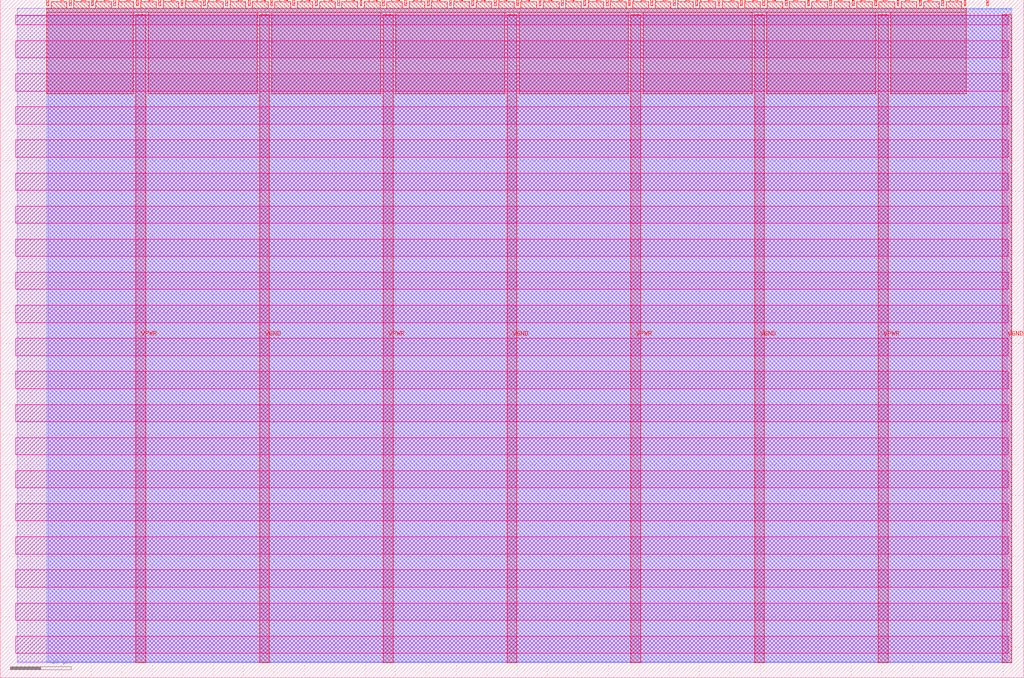
<source format=lef>
VERSION 5.7 ;
  NOWIREEXTENSIONATPIN ON ;
  DIVIDERCHAR "/" ;
  BUSBITCHARS "[]" ;
MACRO tt_um_santiago
  CLASS BLOCK ;
  FOREIGN tt_um_santiago ;
  ORIGIN 0.000 0.000 ;
  SIZE 168.360 BY 111.520 ;
  PIN VGND
    DIRECTION INOUT ;
    USE GROUND ;
    PORT
      LAYER met4 ;
        RECT 42.670 2.480 44.270 109.040 ;
    END
    PORT
      LAYER met4 ;
        RECT 83.380 2.480 84.980 109.040 ;
    END
    PORT
      LAYER met4 ;
        RECT 124.090 2.480 125.690 109.040 ;
    END
    PORT
      LAYER met4 ;
        RECT 164.800 2.480 166.400 109.040 ;
    END
  END VGND
  PIN VPWR
    DIRECTION INOUT ;
    USE POWER ;
    PORT
      LAYER met4 ;
        RECT 22.315 2.480 23.915 109.040 ;
    END
    PORT
      LAYER met4 ;
        RECT 63.025 2.480 64.625 109.040 ;
    END
    PORT
      LAYER met4 ;
        RECT 103.735 2.480 105.335 109.040 ;
    END
    PORT
      LAYER met4 ;
        RECT 144.445 2.480 146.045 109.040 ;
    END
  END VPWR
  PIN clk
    DIRECTION INPUT ;
    USE SIGNAL ;
    ANTENNAGATEAREA 0.852000 ;
    PORT
      LAYER met4 ;
        RECT 158.550 110.520 158.850 111.520 ;
    END
  END clk
  PIN ena
    DIRECTION INPUT ;
    USE SIGNAL ;
    PORT
      LAYER met4 ;
        RECT 162.230 110.520 162.530 111.520 ;
    END
  END ena
  PIN rst_n
    DIRECTION INPUT ;
    USE SIGNAL ;
    ANTENNAGATEAREA 0.213000 ;
    PORT
      LAYER met4 ;
        RECT 154.870 110.520 155.170 111.520 ;
    END
  END rst_n
  PIN ui_in[0]
    DIRECTION INPUT ;
    USE SIGNAL ;
    ANTENNAGATEAREA 0.196500 ;
    PORT
      LAYER met4 ;
        RECT 151.190 110.520 151.490 111.520 ;
    END
  END ui_in[0]
  PIN ui_in[1]
    DIRECTION INPUT ;
    USE SIGNAL ;
    ANTENNAGATEAREA 0.196500 ;
    PORT
      LAYER met4 ;
        RECT 147.510 110.520 147.810 111.520 ;
    END
  END ui_in[1]
  PIN ui_in[2]
    DIRECTION INPUT ;
    USE SIGNAL ;
    ANTENNAGATEAREA 0.196500 ;
    PORT
      LAYER met4 ;
        RECT 143.830 110.520 144.130 111.520 ;
    END
  END ui_in[2]
  PIN ui_in[3]
    DIRECTION INPUT ;
    USE SIGNAL ;
    ANTENNAGATEAREA 0.196500 ;
    PORT
      LAYER met4 ;
        RECT 140.150 110.520 140.450 111.520 ;
    END
  END ui_in[3]
  PIN ui_in[4]
    DIRECTION INPUT ;
    USE SIGNAL ;
    ANTENNAGATEAREA 0.196500 ;
    PORT
      LAYER met4 ;
        RECT 136.470 110.520 136.770 111.520 ;
    END
  END ui_in[4]
  PIN ui_in[5]
    DIRECTION INPUT ;
    USE SIGNAL ;
    ANTENNAGATEAREA 0.196500 ;
    PORT
      LAYER met4 ;
        RECT 132.790 110.520 133.090 111.520 ;
    END
  END ui_in[5]
  PIN ui_in[6]
    DIRECTION INPUT ;
    USE SIGNAL ;
    ANTENNAGATEAREA 0.196500 ;
    PORT
      LAYER met4 ;
        RECT 129.110 110.520 129.410 111.520 ;
    END
  END ui_in[6]
  PIN ui_in[7]
    DIRECTION INPUT ;
    USE SIGNAL ;
    ANTENNAGATEAREA 0.196500 ;
    PORT
      LAYER met4 ;
        RECT 125.430 110.520 125.730 111.520 ;
    END
  END ui_in[7]
  PIN uio_in[0]
    DIRECTION INPUT ;
    USE SIGNAL ;
    PORT
      LAYER met4 ;
        RECT 121.750 110.520 122.050 111.520 ;
    END
  END uio_in[0]
  PIN uio_in[1]
    DIRECTION INPUT ;
    USE SIGNAL ;
    PORT
      LAYER met4 ;
        RECT 118.070 110.520 118.370 111.520 ;
    END
  END uio_in[1]
  PIN uio_in[2]
    DIRECTION INPUT ;
    USE SIGNAL ;
    PORT
      LAYER met4 ;
        RECT 114.390 110.520 114.690 111.520 ;
    END
  END uio_in[2]
  PIN uio_in[3]
    DIRECTION INPUT ;
    USE SIGNAL ;
    PORT
      LAYER met4 ;
        RECT 110.710 110.520 111.010 111.520 ;
    END
  END uio_in[3]
  PIN uio_in[4]
    DIRECTION INPUT ;
    USE SIGNAL ;
    PORT
      LAYER met4 ;
        RECT 107.030 110.520 107.330 111.520 ;
    END
  END uio_in[4]
  PIN uio_in[5]
    DIRECTION INPUT ;
    USE SIGNAL ;
    PORT
      LAYER met4 ;
        RECT 103.350 110.520 103.650 111.520 ;
    END
  END uio_in[5]
  PIN uio_in[6]
    DIRECTION INPUT ;
    USE SIGNAL ;
    PORT
      LAYER met4 ;
        RECT 99.670 110.520 99.970 111.520 ;
    END
  END uio_in[6]
  PIN uio_in[7]
    DIRECTION INPUT ;
    USE SIGNAL ;
    PORT
      LAYER met4 ;
        RECT 95.990 110.520 96.290 111.520 ;
    END
  END uio_in[7]
  PIN uio_oe[0]
    DIRECTION OUTPUT TRISTATE ;
    USE SIGNAL ;
    PORT
      LAYER met4 ;
        RECT 33.430 110.520 33.730 111.520 ;
    END
  END uio_oe[0]
  PIN uio_oe[1]
    DIRECTION OUTPUT TRISTATE ;
    USE SIGNAL ;
    PORT
      LAYER met4 ;
        RECT 29.750 110.520 30.050 111.520 ;
    END
  END uio_oe[1]
  PIN uio_oe[2]
    DIRECTION OUTPUT TRISTATE ;
    USE SIGNAL ;
    PORT
      LAYER met4 ;
        RECT 26.070 110.520 26.370 111.520 ;
    END
  END uio_oe[2]
  PIN uio_oe[3]
    DIRECTION OUTPUT TRISTATE ;
    USE SIGNAL ;
    PORT
      LAYER met4 ;
        RECT 22.390 110.520 22.690 111.520 ;
    END
  END uio_oe[3]
  PIN uio_oe[4]
    DIRECTION OUTPUT TRISTATE ;
    USE SIGNAL ;
    PORT
      LAYER met4 ;
        RECT 18.710 110.520 19.010 111.520 ;
    END
  END uio_oe[4]
  PIN uio_oe[5]
    DIRECTION OUTPUT TRISTATE ;
    USE SIGNAL ;
    PORT
      LAYER met4 ;
        RECT 15.030 110.520 15.330 111.520 ;
    END
  END uio_oe[5]
  PIN uio_oe[6]
    DIRECTION OUTPUT TRISTATE ;
    USE SIGNAL ;
    PORT
      LAYER met4 ;
        RECT 11.350 110.520 11.650 111.520 ;
    END
  END uio_oe[6]
  PIN uio_oe[7]
    DIRECTION OUTPUT TRISTATE ;
    USE SIGNAL ;
    PORT
      LAYER met4 ;
        RECT 7.670 110.520 7.970 111.520 ;
    END
  END uio_oe[7]
  PIN uio_out[0]
    DIRECTION OUTPUT TRISTATE ;
    USE SIGNAL ;
    ANTENNADIFFAREA 0.445500 ;
    PORT
      LAYER met4 ;
        RECT 62.870 110.520 63.170 111.520 ;
    END
  END uio_out[0]
  PIN uio_out[1]
    DIRECTION OUTPUT TRISTATE ;
    USE SIGNAL ;
    ANTENNADIFFAREA 0.445500 ;
    PORT
      LAYER met4 ;
        RECT 59.190 110.520 59.490 111.520 ;
    END
  END uio_out[1]
  PIN uio_out[2]
    DIRECTION OUTPUT TRISTATE ;
    USE SIGNAL ;
    ANTENNADIFFAREA 0.795200 ;
    PORT
      LAYER met4 ;
        RECT 55.510 110.520 55.810 111.520 ;
    END
  END uio_out[2]
  PIN uio_out[3]
    DIRECTION OUTPUT TRISTATE ;
    USE SIGNAL ;
    ANTENNADIFFAREA 0.795200 ;
    PORT
      LAYER met4 ;
        RECT 51.830 110.520 52.130 111.520 ;
    END
  END uio_out[3]
  PIN uio_out[4]
    DIRECTION OUTPUT TRISTATE ;
    USE SIGNAL ;
    PORT
      LAYER met4 ;
        RECT 48.150 110.520 48.450 111.520 ;
    END
  END uio_out[4]
  PIN uio_out[5]
    DIRECTION OUTPUT TRISTATE ;
    USE SIGNAL ;
    PORT
      LAYER met4 ;
        RECT 44.470 110.520 44.770 111.520 ;
    END
  END uio_out[5]
  PIN uio_out[6]
    DIRECTION OUTPUT TRISTATE ;
    USE SIGNAL ;
    PORT
      LAYER met4 ;
        RECT 40.790 110.520 41.090 111.520 ;
    END
  END uio_out[6]
  PIN uio_out[7]
    DIRECTION OUTPUT TRISTATE ;
    USE SIGNAL ;
    PORT
      LAYER met4 ;
        RECT 37.110 110.520 37.410 111.520 ;
    END
  END uio_out[7]
  PIN uo_out[0]
    DIRECTION OUTPUT TRISTATE ;
    USE SIGNAL ;
    PORT
      LAYER met4 ;
        RECT 92.310 110.520 92.610 111.520 ;
    END
  END uo_out[0]
  PIN uo_out[1]
    DIRECTION OUTPUT TRISTATE ;
    USE SIGNAL ;
    PORT
      LAYER met4 ;
        RECT 88.630 110.520 88.930 111.520 ;
    END
  END uo_out[1]
  PIN uo_out[2]
    DIRECTION OUTPUT TRISTATE ;
    USE SIGNAL ;
    PORT
      LAYER met4 ;
        RECT 84.950 110.520 85.250 111.520 ;
    END
  END uo_out[2]
  PIN uo_out[3]
    DIRECTION OUTPUT TRISTATE ;
    USE SIGNAL ;
    PORT
      LAYER met4 ;
        RECT 81.270 110.520 81.570 111.520 ;
    END
  END uo_out[3]
  PIN uo_out[4]
    DIRECTION OUTPUT TRISTATE ;
    USE SIGNAL ;
    PORT
      LAYER met4 ;
        RECT 77.590 110.520 77.890 111.520 ;
    END
  END uo_out[4]
  PIN uo_out[5]
    DIRECTION OUTPUT TRISTATE ;
    USE SIGNAL ;
    PORT
      LAYER met4 ;
        RECT 73.910 110.520 74.210 111.520 ;
    END
  END uo_out[5]
  PIN uo_out[6]
    DIRECTION OUTPUT TRISTATE ;
    USE SIGNAL ;
    PORT
      LAYER met4 ;
        RECT 70.230 110.520 70.530 111.520 ;
    END
  END uo_out[6]
  PIN uo_out[7]
    DIRECTION OUTPUT TRISTATE ;
    USE SIGNAL ;
    PORT
      LAYER met4 ;
        RECT 66.550 110.520 66.850 111.520 ;
    END
  END uo_out[7]
  OBS
      LAYER nwell ;
        RECT 2.570 107.385 165.790 108.990 ;
        RECT 2.570 101.945 165.790 104.775 ;
        RECT 2.570 96.505 165.790 99.335 ;
        RECT 2.570 91.065 165.790 93.895 ;
        RECT 2.570 85.625 165.790 88.455 ;
        RECT 2.570 80.185 165.790 83.015 ;
        RECT 2.570 74.745 165.790 77.575 ;
        RECT 2.570 69.305 165.790 72.135 ;
        RECT 2.570 63.865 165.790 66.695 ;
        RECT 2.570 58.425 165.790 61.255 ;
        RECT 2.570 52.985 165.790 55.815 ;
        RECT 2.570 47.545 165.790 50.375 ;
        RECT 2.570 42.105 165.790 44.935 ;
        RECT 2.570 36.665 165.790 39.495 ;
        RECT 2.570 31.225 165.790 34.055 ;
        RECT 2.570 25.785 165.790 28.615 ;
        RECT 2.570 20.345 165.790 23.175 ;
        RECT 2.570 14.905 165.790 17.735 ;
        RECT 2.570 9.465 165.790 12.295 ;
        RECT 2.570 4.025 165.790 6.855 ;
      LAYER li1 ;
        RECT 2.760 2.635 165.600 108.885 ;
      LAYER met1 ;
        RECT 2.760 2.480 166.400 110.120 ;
      LAYER met2 ;
        RECT 7.910 2.535 166.370 110.150 ;
      LAYER met3 ;
        RECT 7.630 2.555 166.390 109.985 ;
      LAYER met4 ;
        RECT 8.370 110.120 10.950 111.170 ;
        RECT 12.050 110.120 14.630 111.170 ;
        RECT 15.730 110.120 18.310 111.170 ;
        RECT 19.410 110.120 21.990 111.170 ;
        RECT 23.090 110.120 25.670 111.170 ;
        RECT 26.770 110.120 29.350 111.170 ;
        RECT 30.450 110.120 33.030 111.170 ;
        RECT 34.130 110.120 36.710 111.170 ;
        RECT 37.810 110.120 40.390 111.170 ;
        RECT 41.490 110.120 44.070 111.170 ;
        RECT 45.170 110.120 47.750 111.170 ;
        RECT 48.850 110.120 51.430 111.170 ;
        RECT 52.530 110.120 55.110 111.170 ;
        RECT 56.210 110.120 58.790 111.170 ;
        RECT 59.890 110.120 62.470 111.170 ;
        RECT 63.570 110.120 66.150 111.170 ;
        RECT 67.250 110.120 69.830 111.170 ;
        RECT 70.930 110.120 73.510 111.170 ;
        RECT 74.610 110.120 77.190 111.170 ;
        RECT 78.290 110.120 80.870 111.170 ;
        RECT 81.970 110.120 84.550 111.170 ;
        RECT 85.650 110.120 88.230 111.170 ;
        RECT 89.330 110.120 91.910 111.170 ;
        RECT 93.010 110.120 95.590 111.170 ;
        RECT 96.690 110.120 99.270 111.170 ;
        RECT 100.370 110.120 102.950 111.170 ;
        RECT 104.050 110.120 106.630 111.170 ;
        RECT 107.730 110.120 110.310 111.170 ;
        RECT 111.410 110.120 113.990 111.170 ;
        RECT 115.090 110.120 117.670 111.170 ;
        RECT 118.770 110.120 121.350 111.170 ;
        RECT 122.450 110.120 125.030 111.170 ;
        RECT 126.130 110.120 128.710 111.170 ;
        RECT 129.810 110.120 132.390 111.170 ;
        RECT 133.490 110.120 136.070 111.170 ;
        RECT 137.170 110.120 139.750 111.170 ;
        RECT 140.850 110.120 143.430 111.170 ;
        RECT 144.530 110.120 147.110 111.170 ;
        RECT 148.210 110.120 150.790 111.170 ;
        RECT 151.890 110.120 154.470 111.170 ;
        RECT 155.570 110.120 158.150 111.170 ;
        RECT 7.655 109.440 158.865 110.120 ;
        RECT 7.655 96.055 21.915 109.440 ;
        RECT 24.315 96.055 42.270 109.440 ;
        RECT 44.670 96.055 62.625 109.440 ;
        RECT 65.025 96.055 82.980 109.440 ;
        RECT 85.380 96.055 103.335 109.440 ;
        RECT 105.735 96.055 123.690 109.440 ;
        RECT 126.090 96.055 144.045 109.440 ;
        RECT 146.445 96.055 158.865 109.440 ;
  END
END tt_um_santiago
END LIBRARY


</source>
